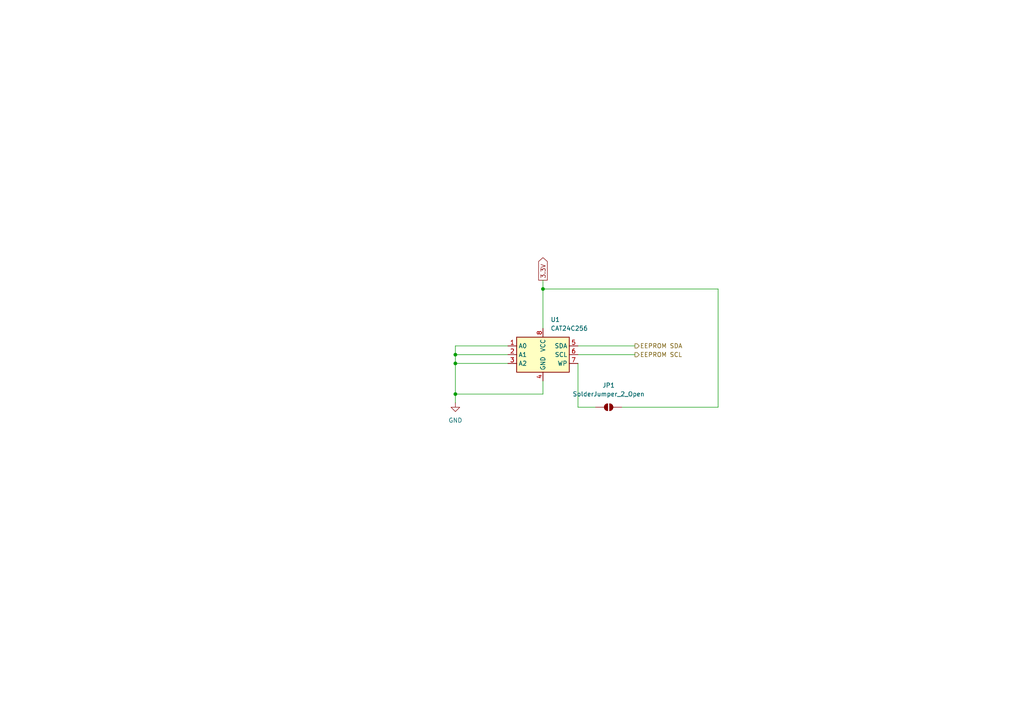
<source format=kicad_sch>
(kicad_sch
	(version 20231120)
	(generator "eeschema")
	(generator_version "8.0")
	(uuid "2708dd59-b2da-4fbd-9d82-4e956d18a8a1")
	(paper "A4")
	(lib_symbols
		(symbol "Jumper:SolderJumper_2_Open"
			(pin_numbers hide)
			(pin_names
				(offset 0) hide)
			(exclude_from_sim yes)
			(in_bom no)
			(on_board yes)
			(property "Reference" "JP"
				(at 0 2.032 0)
				(effects
					(font
						(size 1.27 1.27)
					)
				)
			)
			(property "Value" "SolderJumper_2_Open"
				(at 0 -2.54 0)
				(effects
					(font
						(size 1.27 1.27)
					)
				)
			)
			(property "Footprint" ""
				(at 0 0 0)
				(effects
					(font
						(size 1.27 1.27)
					)
					(hide yes)
				)
			)
			(property "Datasheet" "~"
				(at 0 0 0)
				(effects
					(font
						(size 1.27 1.27)
					)
					(hide yes)
				)
			)
			(property "Description" "Solder Jumper, 2-pole, open"
				(at 0 0 0)
				(effects
					(font
						(size 1.27 1.27)
					)
					(hide yes)
				)
			)
			(property "ki_keywords" "solder jumper SPST"
				(at 0 0 0)
				(effects
					(font
						(size 1.27 1.27)
					)
					(hide yes)
				)
			)
			(property "ki_fp_filters" "SolderJumper*Open*"
				(at 0 0 0)
				(effects
					(font
						(size 1.27 1.27)
					)
					(hide yes)
				)
			)
			(symbol "SolderJumper_2_Open_0_1"
				(arc
					(start -0.254 1.016)
					(mid -1.2656 0)
					(end -0.254 -1.016)
					(stroke
						(width 0)
						(type default)
					)
					(fill
						(type none)
					)
				)
				(arc
					(start -0.254 1.016)
					(mid -1.2656 0)
					(end -0.254 -1.016)
					(stroke
						(width 0)
						(type default)
					)
					(fill
						(type outline)
					)
				)
				(polyline
					(pts
						(xy -0.254 1.016) (xy -0.254 -1.016)
					)
					(stroke
						(width 0)
						(type default)
					)
					(fill
						(type none)
					)
				)
				(polyline
					(pts
						(xy 0.254 1.016) (xy 0.254 -1.016)
					)
					(stroke
						(width 0)
						(type default)
					)
					(fill
						(type none)
					)
				)
				(arc
					(start 0.254 -1.016)
					(mid 1.2656 0)
					(end 0.254 1.016)
					(stroke
						(width 0)
						(type default)
					)
					(fill
						(type none)
					)
				)
				(arc
					(start 0.254 -1.016)
					(mid 1.2656 0)
					(end 0.254 1.016)
					(stroke
						(width 0)
						(type default)
					)
					(fill
						(type outline)
					)
				)
			)
			(symbol "SolderJumper_2_Open_1_1"
				(pin passive line
					(at -3.81 0 0)
					(length 2.54)
					(name "A"
						(effects
							(font
								(size 1.27 1.27)
							)
						)
					)
					(number "1"
						(effects
							(font
								(size 1.27 1.27)
							)
						)
					)
				)
				(pin passive line
					(at 3.81 0 180)
					(length 2.54)
					(name "B"
						(effects
							(font
								(size 1.27 1.27)
							)
						)
					)
					(number "2"
						(effects
							(font
								(size 1.27 1.27)
							)
						)
					)
				)
			)
		)
		(symbol "Memory_EEPROM:CAT24C256"
			(exclude_from_sim no)
			(in_bom yes)
			(on_board yes)
			(property "Reference" "U"
				(at -6.35 6.35 0)
				(effects
					(font
						(size 1.27 1.27)
					)
				)
			)
			(property "Value" "CAT24C256"
				(at 1.27 6.35 0)
				(effects
					(font
						(size 1.27 1.27)
					)
					(justify left)
				)
			)
			(property "Footprint" ""
				(at 0 0 0)
				(effects
					(font
						(size 1.27 1.27)
					)
					(hide yes)
				)
			)
			(property "Datasheet" "https://www.onsemi.cn/PowerSolutions/document/CAT24C256-D.PDF"
				(at 0 0 0)
				(effects
					(font
						(size 1.27 1.27)
					)
					(hide yes)
				)
			)
			(property "Description" "256 kb CMOS Serial EEPROM, DIP-8/SOIC-8/TSSOP-8/DFN-8"
				(at 0 0 0)
				(effects
					(font
						(size 1.27 1.27)
					)
					(hide yes)
				)
			)
			(property "ki_keywords" "I2C EEPROM Serial 256kb"
				(at 0 0 0)
				(effects
					(font
						(size 1.27 1.27)
					)
					(hide yes)
				)
			)
			(property "ki_fp_filters" "DIP*W7.62mm* SOIC*3.9x4.9mm* TSSOP*4.4x3mm*P0.65mm* DFN*3x2mm*P0.5mm*"
				(at 0 0 0)
				(effects
					(font
						(size 1.27 1.27)
					)
					(hide yes)
				)
			)
			(symbol "CAT24C256_1_1"
				(rectangle
					(start -7.62 5.08)
					(end 7.62 -5.08)
					(stroke
						(width 0.254)
						(type default)
					)
					(fill
						(type background)
					)
				)
				(pin input line
					(at -10.16 2.54 0)
					(length 2.54)
					(name "A0"
						(effects
							(font
								(size 1.27 1.27)
							)
						)
					)
					(number "1"
						(effects
							(font
								(size 1.27 1.27)
							)
						)
					)
				)
				(pin input line
					(at -10.16 0 0)
					(length 2.54)
					(name "A1"
						(effects
							(font
								(size 1.27 1.27)
							)
						)
					)
					(number "2"
						(effects
							(font
								(size 1.27 1.27)
							)
						)
					)
				)
				(pin input line
					(at -10.16 -2.54 0)
					(length 2.54)
					(name "A2"
						(effects
							(font
								(size 1.27 1.27)
							)
						)
					)
					(number "3"
						(effects
							(font
								(size 1.27 1.27)
							)
						)
					)
				)
				(pin power_in line
					(at 0 -7.62 90)
					(length 2.54)
					(name "GND"
						(effects
							(font
								(size 1.27 1.27)
							)
						)
					)
					(number "4"
						(effects
							(font
								(size 1.27 1.27)
							)
						)
					)
				)
				(pin bidirectional line
					(at 10.16 2.54 180)
					(length 2.54)
					(name "SDA"
						(effects
							(font
								(size 1.27 1.27)
							)
						)
					)
					(number "5"
						(effects
							(font
								(size 1.27 1.27)
							)
						)
					)
				)
				(pin input line
					(at 10.16 0 180)
					(length 2.54)
					(name "SCL"
						(effects
							(font
								(size 1.27 1.27)
							)
						)
					)
					(number "6"
						(effects
							(font
								(size 1.27 1.27)
							)
						)
					)
				)
				(pin input line
					(at 10.16 -2.54 180)
					(length 2.54)
					(name "WP"
						(effects
							(font
								(size 1.27 1.27)
							)
						)
					)
					(number "7"
						(effects
							(font
								(size 1.27 1.27)
							)
						)
					)
				)
				(pin power_in line
					(at 0 7.62 270)
					(length 2.54)
					(name "VCC"
						(effects
							(font
								(size 1.27 1.27)
							)
						)
					)
					(number "8"
						(effects
							(font
								(size 1.27 1.27)
							)
						)
					)
				)
			)
		)
		(symbol "power:GND"
			(power)
			(pin_numbers hide)
			(pin_names
				(offset 0) hide)
			(exclude_from_sim no)
			(in_bom yes)
			(on_board yes)
			(property "Reference" "#PWR"
				(at 0 -6.35 0)
				(effects
					(font
						(size 1.27 1.27)
					)
					(hide yes)
				)
			)
			(property "Value" "GND"
				(at 0 -3.81 0)
				(effects
					(font
						(size 1.27 1.27)
					)
				)
			)
			(property "Footprint" ""
				(at 0 0 0)
				(effects
					(font
						(size 1.27 1.27)
					)
					(hide yes)
				)
			)
			(property "Datasheet" ""
				(at 0 0 0)
				(effects
					(font
						(size 1.27 1.27)
					)
					(hide yes)
				)
			)
			(property "Description" "Power symbol creates a global label with name \"GND\" , ground"
				(at 0 0 0)
				(effects
					(font
						(size 1.27 1.27)
					)
					(hide yes)
				)
			)
			(property "ki_keywords" "global power"
				(at 0 0 0)
				(effects
					(font
						(size 1.27 1.27)
					)
					(hide yes)
				)
			)
			(symbol "GND_0_1"
				(polyline
					(pts
						(xy 0 0) (xy 0 -1.27) (xy 1.27 -1.27) (xy 0 -2.54) (xy -1.27 -1.27) (xy 0 -1.27)
					)
					(stroke
						(width 0)
						(type default)
					)
					(fill
						(type none)
					)
				)
			)
			(symbol "GND_1_1"
				(pin power_in line
					(at 0 0 270)
					(length 0)
					(name "~"
						(effects
							(font
								(size 1.27 1.27)
							)
						)
					)
					(number "1"
						(effects
							(font
								(size 1.27 1.27)
							)
						)
					)
				)
			)
		)
	)
	(junction
		(at 132.08 102.87)
		(diameter 0)
		(color 0 0 0 0)
		(uuid "04bc921e-0e11-41ab-8999-eb9567410ad6")
	)
	(junction
		(at 132.08 105.41)
		(diameter 0)
		(color 0 0 0 0)
		(uuid "829ce59e-56b5-4399-b4f0-7c33c7fce401")
	)
	(junction
		(at 132.08 114.3)
		(diameter 0)
		(color 0 0 0 0)
		(uuid "c30dd1b8-a0c0-4c01-84e8-0811e82429ce")
	)
	(junction
		(at 157.48 83.82)
		(diameter 0)
		(color 0 0 0 0)
		(uuid "ede6811d-dd2e-417f-894d-5108cbdca158")
	)
	(wire
		(pts
			(xy 132.08 105.41) (xy 147.32 105.41)
		)
		(stroke
			(width 0)
			(type default)
		)
		(uuid "157497f7-c699-46ac-a431-e142d4cc1df3")
	)
	(wire
		(pts
			(xy 167.64 105.41) (xy 167.64 118.11)
		)
		(stroke
			(width 0)
			(type default)
		)
		(uuid "229053ef-b1e4-4fe5-b3c4-4654854a150f")
	)
	(wire
		(pts
			(xy 157.48 83.82) (xy 157.48 95.25)
		)
		(stroke
			(width 0)
			(type default)
		)
		(uuid "2f5d827c-dccc-4d67-a8cc-e0bd99d8caf7")
	)
	(wire
		(pts
			(xy 132.08 102.87) (xy 132.08 105.41)
		)
		(stroke
			(width 0)
			(type default)
		)
		(uuid "33a3c184-c765-40bd-a60c-f7e472eda927")
	)
	(wire
		(pts
			(xy 132.08 105.41) (xy 132.08 114.3)
		)
		(stroke
			(width 0)
			(type default)
		)
		(uuid "38d0b2fa-fac8-4ef2-9905-b8625580901e")
	)
	(wire
		(pts
			(xy 180.34 118.11) (xy 208.28 118.11)
		)
		(stroke
			(width 0)
			(type default)
		)
		(uuid "587bc36a-8d07-4717-90a5-3aa919f26a82")
	)
	(wire
		(pts
			(xy 157.48 110.49) (xy 157.48 114.3)
		)
		(stroke
			(width 0)
			(type default)
		)
		(uuid "59f1bd62-6e5f-4a61-8ce0-d0cda0be5b8c")
	)
	(wire
		(pts
			(xy 157.48 81.28) (xy 157.48 83.82)
		)
		(stroke
			(width 0)
			(type default)
		)
		(uuid "736f3015-bf8e-4edf-b8f5-b6e94c9db1b5")
	)
	(wire
		(pts
			(xy 208.28 83.82) (xy 157.48 83.82)
		)
		(stroke
			(width 0)
			(type default)
		)
		(uuid "7814452d-ff8e-4df1-8f1d-ffad72188d6d")
	)
	(wire
		(pts
			(xy 132.08 102.87) (xy 147.32 102.87)
		)
		(stroke
			(width 0)
			(type default)
		)
		(uuid "7b983051-7b05-41cb-a405-693912aa626c")
	)
	(wire
		(pts
			(xy 208.28 118.11) (xy 208.28 83.82)
		)
		(stroke
			(width 0)
			(type default)
		)
		(uuid "85233568-ec33-42a3-90b6-bb9431d697c7")
	)
	(wire
		(pts
			(xy 132.08 100.33) (xy 132.08 102.87)
		)
		(stroke
			(width 0)
			(type default)
		)
		(uuid "8546fd28-52be-4ab3-b5ec-dc90c3f48941")
	)
	(wire
		(pts
			(xy 157.48 114.3) (xy 132.08 114.3)
		)
		(stroke
			(width 0)
			(type default)
		)
		(uuid "85c646d5-04e7-4367-a3a8-f768511fd047")
	)
	(wire
		(pts
			(xy 147.32 100.33) (xy 132.08 100.33)
		)
		(stroke
			(width 0)
			(type default)
		)
		(uuid "a00f3280-5cf0-4775-9156-3a43293b45a2")
	)
	(wire
		(pts
			(xy 167.64 102.87) (xy 184.15 102.87)
		)
		(stroke
			(width 0)
			(type default)
		)
		(uuid "ad123cd6-5b2d-4e8a-825a-95a01b963e16")
	)
	(wire
		(pts
			(xy 167.64 118.11) (xy 172.72 118.11)
		)
		(stroke
			(width 0)
			(type default)
		)
		(uuid "bbf74061-6f36-4efa-a02a-83bef295c3b4")
	)
	(wire
		(pts
			(xy 167.64 100.33) (xy 184.15 100.33)
		)
		(stroke
			(width 0)
			(type default)
		)
		(uuid "ceb5e500-930d-4c43-842d-50855f7372ec")
	)
	(wire
		(pts
			(xy 132.08 114.3) (xy 132.08 116.84)
		)
		(stroke
			(width 0)
			(type default)
		)
		(uuid "e52c6bcd-60f4-406e-841a-546995f256e6")
	)
	(global_label "3.3V"
		(shape output)
		(at 157.48 81.28 90)
		(fields_autoplaced yes)
		(effects
			(font
				(size 1.27 1.27)
			)
			(justify left)
		)
		(uuid "ea360b30-2e5c-4125-8e51-6a955548b488")
		(property "Intersheetrefs" "${INTERSHEET_REFS}"
			(at 157.48 74.0873 90)
			(effects
				(font
					(size 1.27 1.27)
				)
				(justify left)
				(hide yes)
			)
		)
	)
	(hierarchical_label "EEPROM SCL"
		(shape output)
		(at 184.15 102.87 0)
		(fields_autoplaced yes)
		(effects
			(font
				(size 1.27 1.27)
			)
			(justify left)
		)
		(uuid "0a0214ca-9a6b-4352-a6dd-f8564c7b23ad")
	)
	(hierarchical_label "EEPROM SDA"
		(shape output)
		(at 184.15 100.33 0)
		(fields_autoplaced yes)
		(effects
			(font
				(size 1.27 1.27)
			)
			(justify left)
		)
		(uuid "a9180e2b-3adb-41fb-9f5d-fb666d0509e2")
	)
	(symbol
		(lib_id "Jumper:SolderJumper_2_Open")
		(at 176.53 118.11 0)
		(unit 1)
		(exclude_from_sim yes)
		(in_bom no)
		(on_board yes)
		(dnp no)
		(fields_autoplaced yes)
		(uuid "0a0c5cba-b1af-47a9-ae7f-988bfae1a9e2")
		(property "Reference" "JP1"
			(at 176.53 111.76 0)
			(effects
				(font
					(size 1.27 1.27)
				)
			)
		)
		(property "Value" "SolderJumper_2_Open"
			(at 176.53 114.3 0)
			(effects
				(font
					(size 1.27 1.27)
				)
			)
		)
		(property "Footprint" "Jumper:SolderJumper-2_P1.3mm_Open_RoundedPad1.0x1.5mm"
			(at 176.53 118.11 0)
			(effects
				(font
					(size 1.27 1.27)
				)
				(hide yes)
			)
		)
		(property "Datasheet" "~"
			(at 176.53 118.11 0)
			(effects
				(font
					(size 1.27 1.27)
				)
				(hide yes)
			)
		)
		(property "Description" "Solder Jumper, 2-pole, open"
			(at 176.53 118.11 0)
			(effects
				(font
					(size 1.27 1.27)
				)
				(hide yes)
			)
		)
		(pin "1"
			(uuid "bff4ed9c-eb1b-43b0-8443-9a0356882d49")
		)
		(pin "2"
			(uuid "8f9c876a-da71-4ff7-9e5c-a91b58c0f9a0")
		)
		(instances
			(project ""
				(path "/e63e39d7-6ac0-4ffd-8aa3-1841a4541b55/59cad9b9-18f6-45a4-8ff8-c260155fd035"
					(reference "JP1")
					(unit 1)
				)
			)
		)
	)
	(symbol
		(lib_id "power:GND")
		(at 132.08 116.84 0)
		(unit 1)
		(exclude_from_sim no)
		(in_bom yes)
		(on_board yes)
		(dnp no)
		(fields_autoplaced yes)
		(uuid "5e2578b9-ee2c-4a5d-9a56-7c978acf3ad6")
		(property "Reference" "#PWR01"
			(at 132.08 123.19 0)
			(effects
				(font
					(size 1.27 1.27)
				)
				(hide yes)
			)
		)
		(property "Value" "GND"
			(at 132.08 121.92 0)
			(effects
				(font
					(size 1.27 1.27)
				)
			)
		)
		(property "Footprint" ""
			(at 132.08 116.84 0)
			(effects
				(font
					(size 1.27 1.27)
				)
				(hide yes)
			)
		)
		(property "Datasheet" ""
			(at 132.08 116.84 0)
			(effects
				(font
					(size 1.27 1.27)
				)
				(hide yes)
			)
		)
		(property "Description" "Power symbol creates a global label with name \"GND\" , ground"
			(at 132.08 116.84 0)
			(effects
				(font
					(size 1.27 1.27)
				)
				(hide yes)
			)
		)
		(pin "1"
			(uuid "8c98cbd6-5058-43ae-804f-80702cdd07cd")
		)
		(instances
			(project ""
				(path "/e63e39d7-6ac0-4ffd-8aa3-1841a4541b55/59cad9b9-18f6-45a4-8ff8-c260155fd035"
					(reference "#PWR01")
					(unit 1)
				)
			)
		)
	)
	(symbol
		(lib_id "Memory_EEPROM:CAT24C256")
		(at 157.48 102.87 0)
		(unit 1)
		(exclude_from_sim no)
		(in_bom yes)
		(on_board yes)
		(dnp no)
		(fields_autoplaced yes)
		(uuid "ef18d842-0aec-43af-98a6-e537ff0148df")
		(property "Reference" "U1"
			(at 159.6741 92.71 0)
			(effects
				(font
					(size 1.27 1.27)
				)
				(justify left)
			)
		)
		(property "Value" "CAT24C256"
			(at 159.6741 95.25 0)
			(effects
				(font
					(size 1.27 1.27)
				)
				(justify left)
			)
		)
		(property "Footprint" "CAT24C256WI-G:SOIC127P600X175-8N"
			(at 157.48 102.87 0)
			(effects
				(font
					(size 1.27 1.27)
				)
				(hide yes)
			)
		)
		(property "Datasheet" "https://www.onsemi.cn/PowerSolutions/document/CAT24C256-D.PDF"
			(at 157.48 102.87 0)
			(effects
				(font
					(size 1.27 1.27)
				)
				(hide yes)
			)
		)
		(property "Description" "256 kb CMOS Serial EEPROM, DIP-8/SOIC-8/TSSOP-8/DFN-8"
			(at 157.48 102.87 0)
			(effects
				(font
					(size 1.27 1.27)
				)
				(hide yes)
			)
		)
		(pin "8"
			(uuid "16fce982-e832-4c37-8d87-d59ea9eb4565")
		)
		(pin "3"
			(uuid "8eb5dc58-9f83-436f-ae6d-68af1e930a38")
		)
		(pin "6"
			(uuid "3ec6aaed-842b-469d-b7ec-2170b5ed162f")
		)
		(pin "4"
			(uuid "0d5c364b-f4a9-483f-b93e-11f8d7178135")
		)
		(pin "5"
			(uuid "7b30909f-89cb-46fa-a6b6-6359b83b410f")
		)
		(pin "1"
			(uuid "9a796a7a-6a33-4668-8cc7-f5a97ed8bc91")
		)
		(pin "7"
			(uuid "5e53b407-1973-4c7e-998b-9d7451ecc943")
		)
		(pin "2"
			(uuid "24f37814-3e0b-4c87-b026-cdb1775d1f82")
		)
		(instances
			(project ""
				(path "/e63e39d7-6ac0-4ffd-8aa3-1841a4541b55/59cad9b9-18f6-45a4-8ff8-c260155fd035"
					(reference "U1")
					(unit 1)
				)
			)
		)
	)
)

</source>
